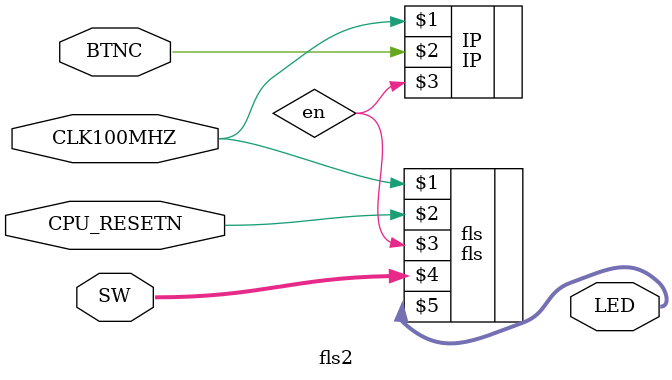
<source format=v>
module  fls2 (
input CLK100MHZ,
input [15:0] SW,
input CPU_RESETN,
input BTNC,
output [15:0]LED
);
wire en;
IP IP(CLK100MHZ,BTNC,en);
fls fls(CLK100MHZ,CPU_RESETN,en,SW,LED);
endmodule
</source>
